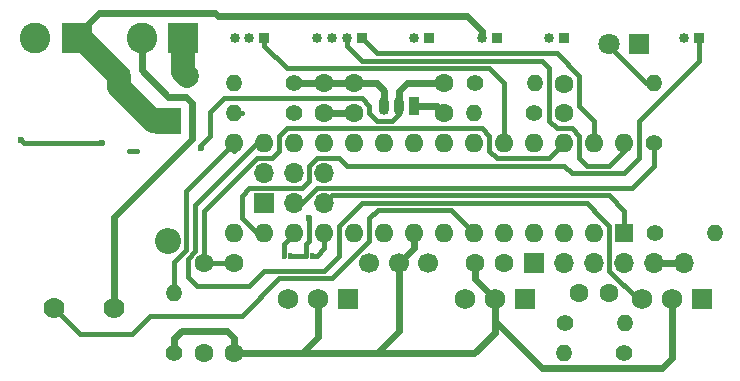
<source format=gtl>
G04 #@! TF.FileFunction,Copper,L1,Top,Signal*
%FSLAX46Y46*%
G04 Gerber Fmt 4.6, Leading zero omitted, Abs format (unit mm)*
G04 Created by KiCad (PCBNEW 4.0.7) date 07/26/19 16:42:22*
%MOMM*%
%LPD*%
G01*
G04 APERTURE LIST*
%ADD10C,0.100000*%
%ADD11R,2.200000X2.200000*%
%ADD12O,2.200000X2.200000*%
%ADD13C,1.778000*%
%ADD14R,1.700000X1.700000*%
%ADD15O,1.700000X1.700000*%
%ADD16R,0.400000X0.600000*%
%ADD17R,1.800000X1.800000*%
%ADD18C,1.800000*%
%ADD19C,1.750000*%
%ADD20R,1.750000X1.750000*%
%ADD21C,2.000000*%
%ADD22R,1.600000X1.600000*%
%ADD23O,1.600000X1.600000*%
%ADD24R,2.600000X2.600000*%
%ADD25C,2.600000*%
%ADD26C,1.700000*%
%ADD27C,1.400000*%
%ADD28O,1.400000X1.400000*%
%ADD29C,1.600000*%
%ADD30O,0.900000X1.500000*%
%ADD31R,0.900000X1.500000*%
%ADD32R,0.850000X0.850000*%
%ADD33C,0.850000*%
%ADD34C,0.600000*%
%ADD35C,0.406400*%
%ADD36C,0.609600*%
%ADD37C,2.032000*%
G04 APERTURE END LIST*
D10*
D11*
X50800000Y-95250000D03*
D12*
X50800000Y-105410000D03*
D13*
X46228000Y-111125000D03*
X41148000Y-111125000D03*
D14*
X81788000Y-107315000D03*
D15*
X84328000Y-107315000D03*
X86868000Y-107315000D03*
X89408000Y-107315000D03*
X91948000Y-107315000D03*
X94488000Y-107315000D03*
D16*
X62988000Y-106680000D03*
X62488000Y-106680000D03*
D17*
X90678000Y-88773000D03*
D18*
X88138000Y-88773000D03*
D19*
X90918000Y-110365000D03*
X93458000Y-110365000D03*
D20*
X95998000Y-110365000D03*
D21*
X46630000Y-91440000D03*
X52430000Y-91440000D03*
D22*
X89408000Y-104775000D03*
D23*
X56388000Y-97155000D03*
X86868000Y-104775000D03*
X58928000Y-97155000D03*
X84328000Y-104775000D03*
X61468000Y-97155000D03*
X81788000Y-104775000D03*
X64008000Y-97155000D03*
X79248000Y-104775000D03*
X66548000Y-97155000D03*
X76708000Y-104775000D03*
X69088000Y-97155000D03*
X74168000Y-104775000D03*
X71628000Y-97155000D03*
X71628000Y-104775000D03*
X74168000Y-97155000D03*
X69088000Y-104775000D03*
X76708000Y-97155000D03*
X66548000Y-104775000D03*
X79248000Y-97155000D03*
X64008000Y-104775000D03*
X81788000Y-97155000D03*
X61468000Y-104775000D03*
X84328000Y-97155000D03*
X58928000Y-104775000D03*
X86868000Y-97155000D03*
X56388000Y-104775000D03*
X89408000Y-97155000D03*
D24*
X52070000Y-88265000D03*
D25*
X48570000Y-88265000D03*
D24*
X43053000Y-88265000D03*
D25*
X39553000Y-88265000D03*
D26*
X67818000Y-107315000D03*
X70318000Y-107315000D03*
X72818000Y-107315000D03*
D27*
X84368000Y-112395000D03*
D28*
X89448000Y-112395000D03*
D27*
X89368000Y-114935000D03*
D28*
X84288000Y-114935000D03*
D29*
X74168000Y-92075000D03*
X74168000Y-94575000D03*
X66548000Y-92075000D03*
X66548000Y-94575000D03*
X79248000Y-107315000D03*
X76748000Y-107315000D03*
D30*
X70358000Y-93980000D03*
X69088000Y-93980000D03*
D31*
X71628000Y-93980000D03*
D29*
X64008000Y-92075000D03*
X64008000Y-94575000D03*
X85598000Y-109855000D03*
X88098000Y-109855000D03*
D27*
X91988000Y-104775000D03*
D28*
X97068000Y-104775000D03*
D29*
X84328000Y-94615000D03*
X84328000Y-92115000D03*
D27*
X76748000Y-92075000D03*
D28*
X81828000Y-92075000D03*
D27*
X81748000Y-94615000D03*
D28*
X76668000Y-94615000D03*
D19*
X75918000Y-110365000D03*
X78458000Y-110365000D03*
D20*
X80998000Y-110365000D03*
D19*
X60918000Y-110365000D03*
X63458000Y-110365000D03*
D20*
X65998000Y-110365000D03*
D27*
X61428000Y-94615000D03*
D28*
X56348000Y-94615000D03*
D27*
X61428000Y-92075000D03*
D28*
X56348000Y-92075000D03*
D27*
X91948000Y-97115000D03*
D28*
X91948000Y-92035000D03*
D29*
X53848000Y-107315000D03*
X53848000Y-114935000D03*
X56388000Y-107315000D03*
X56388000Y-114935000D03*
D27*
X51308000Y-114895000D03*
D28*
X51308000Y-109815000D03*
D14*
X58928000Y-102235000D03*
D15*
X58928000Y-99695000D03*
X61468000Y-102235000D03*
X61468000Y-99695000D03*
X64008000Y-102235000D03*
X64008000Y-99695000D03*
D32*
X78613000Y-88265000D03*
D33*
X77363000Y-88265000D03*
D32*
X67183000Y-88265000D03*
D33*
X65933000Y-88265000D03*
X64683000Y-88265000D03*
X63433000Y-88265000D03*
D32*
X72898000Y-88265000D03*
D33*
X71648000Y-88265000D03*
D32*
X95758000Y-88265000D03*
D33*
X94508000Y-88265000D03*
D32*
X84328000Y-88265000D03*
D33*
X83078000Y-88265000D03*
D32*
X58928000Y-88265000D03*
D33*
X57678000Y-88265000D03*
X56428000Y-88265000D03*
D16*
X60583000Y-106680000D03*
X61083000Y-106680000D03*
D34*
X62738000Y-103505000D03*
X38354000Y-96901000D03*
X45212000Y-97155000D03*
X53594000Y-97536000D03*
D35*
X47498000Y-97790000D02*
X48133000Y-97790000D01*
X89408000Y-104775000D02*
X89408000Y-102870000D01*
X64671598Y-101571402D02*
X64008000Y-102235000D01*
X88109402Y-101571402D02*
X64671598Y-101571402D01*
X89408000Y-102870000D02*
X88109402Y-101571402D01*
X89408000Y-104140000D02*
X89408000Y-104775000D01*
D36*
X48570000Y-88265000D02*
X48570000Y-90988000D01*
X46228000Y-103378000D02*
X46228000Y-111125000D01*
X52832000Y-96774000D02*
X46228000Y-103378000D01*
X52832000Y-93726000D02*
X52832000Y-96774000D01*
X52324000Y-93218000D02*
X52832000Y-93726000D01*
X50800000Y-93218000D02*
X52324000Y-93218000D01*
X48570000Y-90988000D02*
X50800000Y-93218000D01*
D35*
X62488000Y-106680000D02*
X62488000Y-105660000D01*
X62738000Y-105410000D02*
X62738000Y-103505000D01*
X62488000Y-105660000D02*
X62738000Y-105410000D01*
X62488000Y-106680000D02*
X61083000Y-106680000D01*
D36*
X71628000Y-93980000D02*
X73573000Y-93980000D01*
X73573000Y-93980000D02*
X74168000Y-94575000D01*
X64008000Y-94575000D02*
X66548000Y-94575000D01*
X70318000Y-107315000D02*
X70318000Y-113070000D01*
X70318000Y-113070000D02*
X68453000Y-114935000D01*
X71628000Y-104775000D02*
X71628000Y-106005000D01*
X71628000Y-106005000D02*
X70318000Y-107315000D01*
X56388000Y-114935000D02*
X56388000Y-113665000D01*
X51308000Y-113665000D02*
X51308000Y-114895000D01*
X51943000Y-113030000D02*
X51308000Y-113665000D01*
X55753000Y-113030000D02*
X51943000Y-113030000D01*
X56388000Y-113665000D02*
X55753000Y-113030000D01*
X63458000Y-110365000D02*
X63458000Y-113580000D01*
X63458000Y-113580000D02*
X62103000Y-114935000D01*
X78458000Y-110365000D02*
X78458000Y-113185000D01*
X78458000Y-113185000D02*
X76708000Y-114935000D01*
X76708000Y-114935000D02*
X68453000Y-114935000D01*
X68453000Y-114935000D02*
X62103000Y-114935000D01*
X62103000Y-114935000D02*
X56388000Y-114935000D01*
X93458000Y-110365000D02*
X93458000Y-115330000D01*
X78458000Y-112240000D02*
X78458000Y-110365000D01*
X82423000Y-116205000D02*
X78458000Y-112240000D01*
X92583000Y-116205000D02*
X82423000Y-116205000D01*
X93458000Y-115330000D02*
X92583000Y-116205000D01*
X94488000Y-107315000D02*
X91948000Y-107315000D01*
X93218000Y-110125000D02*
X93458000Y-110365000D01*
X76748000Y-107315000D02*
X76748000Y-108655000D01*
X76748000Y-108655000D02*
X78458000Y-110365000D01*
D35*
X58928000Y-88265000D02*
X58928000Y-88900000D01*
X79248000Y-92075000D02*
X79248000Y-97155000D01*
X77978000Y-90805000D02*
X79248000Y-92075000D01*
X60833000Y-90805000D02*
X77978000Y-90805000D01*
X58928000Y-88900000D02*
X60833000Y-90805000D01*
X56348000Y-94615000D02*
X57023000Y-94615000D01*
X53848000Y-106045000D02*
X53848000Y-102870000D01*
X53848000Y-107315000D02*
X53848000Y-106045000D01*
X53848000Y-102870000D02*
X58293000Y-98425000D01*
X56388000Y-107315000D02*
X53848000Y-107315000D01*
X62103000Y-95885000D02*
X60833000Y-95885000D01*
X59563000Y-98425000D02*
X58293000Y-98425000D01*
X60198000Y-97790000D02*
X59563000Y-98425000D01*
X60198000Y-96520000D02*
X60198000Y-97790000D01*
X60833000Y-95885000D02*
X60198000Y-96520000D01*
X84328000Y-97155000D02*
X83058000Y-98425000D01*
X78613000Y-98425000D02*
X83058000Y-98425000D01*
X77978000Y-97790000D02*
X78613000Y-98425000D01*
X77978000Y-96520000D02*
X77978000Y-97790000D01*
X77343000Y-95885000D02*
X77978000Y-96520000D01*
X62103000Y-95885000D02*
X77343000Y-95885000D01*
X85598000Y-91440000D02*
X85598000Y-93980000D01*
X68453000Y-89535000D02*
X74168000Y-89535000D01*
X74168000Y-89535000D02*
X83693000Y-89535000D01*
X83693000Y-89535000D02*
X85598000Y-91440000D01*
X67183000Y-88265000D02*
X68453000Y-89535000D01*
X86868000Y-95250000D02*
X86868000Y-97155000D01*
X85598000Y-93980000D02*
X86868000Y-95250000D01*
X89408000Y-97155000D02*
X89408000Y-97790000D01*
X89408000Y-97790000D02*
X88138000Y-99060000D01*
X88138000Y-99060000D02*
X86233000Y-99060000D01*
X86233000Y-99060000D02*
X85598000Y-98425000D01*
X85598000Y-98425000D02*
X85598000Y-96520000D01*
X85598000Y-96520000D02*
X84963000Y-95885000D01*
X84963000Y-95885000D02*
X83693000Y-95885000D01*
X83693000Y-95885000D02*
X83058000Y-95250000D01*
X83058000Y-95250000D02*
X83058000Y-90776402D01*
X83058000Y-90776402D02*
X82451598Y-90170000D01*
X82451598Y-90170000D02*
X67183000Y-90170000D01*
X67183000Y-90170000D02*
X65933000Y-88920000D01*
X65933000Y-88920000D02*
X65933000Y-88265000D01*
X89408000Y-97155000D02*
X89408000Y-97790000D01*
X38608000Y-97155000D02*
X45212000Y-97155000D01*
X38608000Y-97155000D02*
X38354000Y-96901000D01*
X51308000Y-109815000D02*
X51308000Y-107188000D01*
X52324000Y-101219000D02*
X56388000Y-97155000D01*
X52324000Y-106172000D02*
X52324000Y-101219000D01*
X51308000Y-107188000D02*
X52324000Y-106172000D01*
X56388000Y-97155000D02*
X56388000Y-97790000D01*
X58928000Y-104775000D02*
X58293000Y-104775000D01*
X58293000Y-104775000D02*
X57023000Y-103505000D01*
X57023000Y-103505000D02*
X57023000Y-101600000D01*
X57023000Y-101600000D02*
X57658000Y-100965000D01*
X57658000Y-100965000D02*
X60833000Y-100965000D01*
X60833000Y-100965000D02*
X62103000Y-100965000D01*
X89408000Y-99695000D02*
X90678000Y-98425000D01*
X84963000Y-99695000D02*
X89408000Y-99695000D01*
X84328000Y-99060000D02*
X84963000Y-99695000D01*
X81153000Y-99060000D02*
X84328000Y-99060000D01*
X65913000Y-99060000D02*
X81153000Y-99060000D01*
X65278000Y-98425000D02*
X65913000Y-99060000D01*
X63373000Y-98425000D02*
X65278000Y-98425000D01*
X62738000Y-99060000D02*
X63373000Y-98425000D01*
X62738000Y-100330000D02*
X62738000Y-99060000D01*
X62103000Y-100965000D02*
X62738000Y-100330000D01*
X90678000Y-95250000D02*
X95758000Y-90170000D01*
X90678000Y-98425000D02*
X90678000Y-95250000D01*
X95758000Y-88265000D02*
X95758000Y-90170000D01*
X60583000Y-106680000D02*
X60583000Y-105660000D01*
X60583000Y-105660000D02*
X61468000Y-104775000D01*
X64008000Y-104775000D02*
X64008000Y-106045000D01*
X63373000Y-106680000D02*
X62988000Y-106680000D01*
X64008000Y-106045000D02*
X63373000Y-106680000D01*
X49403000Y-111760000D02*
X49276000Y-111760000D01*
X66548000Y-106680000D02*
X64643000Y-108585000D01*
X76708000Y-104775000D02*
X74717206Y-102784206D01*
X68538794Y-102784206D02*
X74717206Y-102784206D01*
X67818000Y-103505000D02*
X68538794Y-102784206D01*
X67818000Y-105410000D02*
X67818000Y-103505000D01*
X66548000Y-106680000D02*
X67818000Y-105410000D01*
X64643000Y-108585000D02*
X60198000Y-108585000D01*
X49403000Y-111760000D02*
X57023000Y-111760000D01*
X57023000Y-111760000D02*
X60198000Y-108585000D01*
X43307000Y-113284000D02*
X41148000Y-111125000D01*
X47752000Y-113284000D02*
X43307000Y-113284000D01*
X49276000Y-111760000D02*
X47752000Y-113284000D01*
X61468000Y-102235000D02*
X62103000Y-102235000D01*
X62103000Y-102235000D02*
X63373000Y-100965000D01*
X90043000Y-100965000D02*
X90678000Y-100330000D01*
X63373000Y-100965000D02*
X90043000Y-100965000D01*
X90678000Y-100330000D02*
X91948000Y-99060000D01*
X91948000Y-97115000D02*
X91948000Y-99060000D01*
D36*
X66548000Y-92075000D02*
X68453000Y-92075000D01*
X69088000Y-92710000D02*
X69088000Y-93980000D01*
X68453000Y-92075000D02*
X69088000Y-92710000D01*
X64008000Y-92075000D02*
X66548000Y-92075000D01*
X61428000Y-92075000D02*
X64008000Y-92075000D01*
D35*
X88138000Y-88773000D02*
X88138000Y-88900000D01*
X88138000Y-88900000D02*
X91273000Y-92035000D01*
X91273000Y-92035000D02*
X91948000Y-92035000D01*
X53213000Y-109220000D02*
X52451000Y-108458000D01*
X58928000Y-107950000D02*
X57658000Y-109220000D01*
X57658000Y-109220000D02*
X53213000Y-109220000D01*
X64008000Y-107950000D02*
X58928000Y-107950000D01*
X53086000Y-102362000D02*
X58293000Y-97155000D01*
X53086000Y-104013000D02*
X53086000Y-102362000D01*
X53086000Y-106299000D02*
X53086000Y-104013000D01*
X52451000Y-106934000D02*
X53086000Y-106299000D01*
X52451000Y-108458000D02*
X52451000Y-106934000D01*
X58293000Y-97155000D02*
X58928000Y-97155000D01*
X58928000Y-97155000D02*
X58293000Y-97155000D01*
X64008000Y-107978598D02*
X64008000Y-107950000D01*
X58928000Y-97155000D02*
X58928000Y-96520000D01*
X65278000Y-105410000D02*
X65278000Y-106680000D01*
X65278000Y-105410000D02*
X65278000Y-104140000D01*
X65278000Y-104140000D02*
X65913000Y-103505000D01*
X67240196Y-102177804D02*
X65913000Y-103505000D01*
X86233000Y-102177804D02*
X67240196Y-102177804D01*
X86868000Y-102812804D02*
X86233000Y-102177804D01*
X86868000Y-102812804D02*
X86868000Y-102870000D01*
X65278000Y-106680000D02*
X64008000Y-107950000D01*
X88138000Y-107950000D02*
X90553000Y-110365000D01*
X86868000Y-102870000D02*
X88138000Y-104140000D01*
X88138000Y-104140000D02*
X88138000Y-107950000D01*
X86810804Y-102812804D02*
X86868000Y-102870000D01*
X90553000Y-110365000D02*
X90918000Y-110365000D01*
D37*
X52070000Y-88265000D02*
X52070000Y-91080000D01*
X52070000Y-91080000D02*
X52430000Y-91440000D01*
D36*
X43053000Y-88265000D02*
X43053000Y-88011000D01*
X43053000Y-88011000D02*
X44958000Y-86106000D01*
X54737000Y-86106000D02*
X54991000Y-86360000D01*
X44958000Y-86106000D02*
X54737000Y-86106000D01*
D37*
X43053000Y-88265000D02*
X43455000Y-88265000D01*
X43455000Y-88265000D02*
X46630000Y-91440000D01*
X46630000Y-91440000D02*
X46630000Y-92350000D01*
X46630000Y-92350000D02*
X49530000Y-95250000D01*
X49530000Y-95250000D02*
X50800000Y-95250000D01*
D36*
X77363000Y-88265000D02*
X77363000Y-87650000D01*
X76073000Y-86360000D02*
X54991000Y-86360000D01*
X77363000Y-87650000D02*
X76073000Y-86360000D01*
D35*
X53594000Y-97536000D02*
X53594000Y-97282000D01*
X54356000Y-94488000D02*
X55499000Y-93345000D01*
X54356000Y-96520000D02*
X54356000Y-94488000D01*
X53594000Y-97282000D02*
X54356000Y-96520000D01*
X67183000Y-93345000D02*
X55499000Y-93345000D01*
X69751598Y-95250000D02*
X68453000Y-95250000D01*
X68453000Y-95250000D02*
X67818000Y-94615000D01*
X67818000Y-94615000D02*
X67818000Y-93980000D01*
X67818000Y-93980000D02*
X67183000Y-93345000D01*
X69751598Y-95250000D02*
X70358000Y-94643598D01*
X70358000Y-93980000D02*
X70358000Y-94643598D01*
D36*
X70358000Y-93980000D02*
X70358000Y-92710000D01*
X70993000Y-92075000D02*
X74168000Y-92075000D01*
X70358000Y-92710000D02*
X70993000Y-92075000D01*
M02*

</source>
